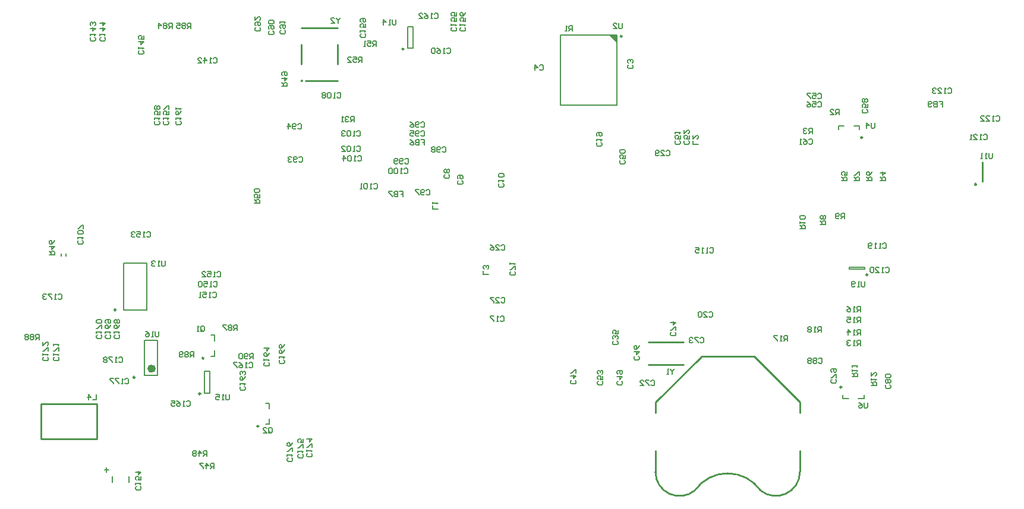
<source format=gbo>
%FSLAX25Y25*%
%MOIN*%
G70*
G01*
G75*
G04 Layer_Color=32896*
%ADD10C,0.01000*%
%ADD11R,0.02362X0.01969*%
%ADD12R,0.01969X0.02362*%
%ADD13R,0.04331X0.05512*%
%ADD14R,0.05118X0.02165*%
%ADD15R,0.03150X0.03543*%
%ADD16R,0.02362X0.09843*%
%ADD17R,0.07874X0.21654*%
%ADD18O,0.02362X0.08465*%
%ADD19R,0.03543X0.03150*%
%ADD20R,0.03937X0.04724*%
%ADD21R,0.02165X0.05118*%
%ADD22O,0.06496X0.01181*%
%ADD23O,0.01181X0.06496*%
%ADD24R,0.08858X0.01969*%
%ADD25R,0.15748X0.08071*%
%ADD26R,0.05512X0.04331*%
%ADD27R,0.01575X0.03347*%
%ADD28C,0.01969*%
%ADD29O,0.06693X0.01181*%
%ADD30R,0.01772X0.08268*%
%ADD31O,0.01772X0.08268*%
%ADD32O,0.07087X0.01378*%
%ADD33R,0.01181X0.02953*%
%ADD34R,0.01181X0.03347*%
%ADD35R,0.02953X0.01181*%
%ADD36R,0.03347X0.01181*%
%ADD37R,0.21260X0.21260*%
%ADD38R,0.11024X0.03937*%
%ADD39R,0.03150X0.01181*%
%ADD40R,0.04921X0.15748*%
%ADD41C,0.00500*%
%ADD42C,0.00800*%
%ADD43C,0.01200*%
%ADD44C,0.01190*%
%ADD45C,0.01600*%
%ADD46C,0.02500*%
%ADD47C,0.03000*%
%ADD48C,0.02000*%
%ADD49C,0.01500*%
%ADD50C,0.05906*%
%ADD51R,0.05906X0.05906*%
%ADD52R,0.08661X0.08661*%
%ADD53C,0.04921*%
%ADD54C,0.06299*%
%ADD55C,0.06614*%
%ADD56R,0.05906X0.05906*%
%ADD57C,0.08661*%
%ADD58C,0.05709*%
%ADD59C,0.02000*%
%ADD60C,0.01600*%
%ADD61C,0.03200*%
%ADD62C,0.02600*%
%ADD63C,0.02400*%
%ADD64C,0.15000*%
%ADD65C,0.01800*%
%ADD66C,0.02200*%
%ADD67C,0.03600*%
%ADD68C,0.03000*%
%ADD69C,0.02900*%
%ADD70C,0.00600*%
%ADD71R,0.05900X0.12900*%
%ADD72R,0.05900X0.03900*%
%ADD73R,0.20000X0.20000*%
%ADD74R,0.15590X0.15590*%
%ADD75R,0.05906X0.02362*%
%ADD76R,0.03543X0.02756*%
%ADD77R,0.10236X0.04331*%
%ADD78R,0.07874X0.07087*%
%ADD79R,0.07480X0.09449*%
%ADD80C,0.01181*%
%ADD81R,0.02362X0.05906*%
%ADD82R,0.04331X0.02165*%
%ADD83O,0.08661X0.02362*%
%ADD84R,0.09843X0.17716*%
%ADD85C,0.04000*%
%ADD86C,0.01800*%
%ADD87C,0.05000*%
%ADD88C,0.00984*%
%ADD89C,0.02362*%
%ADD90C,0.00197*%
%ADD91C,0.00787*%
%ADD92C,0.00400*%
%ADD93R,0.01575X0.01181*%
%ADD94R,0.02962X0.02569*%
%ADD95R,0.02569X0.02962*%
%ADD96R,0.04931X0.06112*%
%ADD97R,0.05718X0.02765*%
%ADD98R,0.03750X0.04143*%
%ADD99R,0.02962X0.10443*%
%ADD100R,0.08474X0.22253*%
%ADD101O,0.02962X0.09065*%
%ADD102R,0.04143X0.03750*%
%ADD103R,0.04537X0.05324*%
%ADD104R,0.02765X0.05718*%
%ADD105O,0.07096X0.01781*%
%ADD106O,0.01781X0.07096*%
%ADD107R,0.09458X0.02569*%
%ADD108R,0.16348X0.08671*%
%ADD109R,0.06112X0.04931*%
%ADD110R,0.02175X0.03947*%
%ADD111C,0.02569*%
%ADD112O,0.07293X0.01781*%
%ADD113R,0.02372X0.08868*%
%ADD114O,0.02372X0.08868*%
%ADD115O,0.07687X0.01978*%
%ADD116R,0.01781X0.03553*%
%ADD117R,0.01781X0.03947*%
%ADD118R,0.03553X0.01781*%
%ADD119R,0.03947X0.01781*%
%ADD120R,0.21860X0.21860*%
%ADD121R,0.11624X0.04537*%
%ADD122R,0.03750X0.01781*%
%ADD123R,0.05521X0.16348*%
%ADD124C,0.06506*%
%ADD125R,0.06506X0.06506*%
%ADD126R,0.09261X0.09261*%
%ADD127C,0.05521*%
%ADD128C,0.06899*%
%ADD129C,0.07214*%
%ADD130R,0.06506X0.06506*%
%ADD131C,0.00600*%
%ADD132C,0.09261*%
%ADD133C,0.06309*%
%ADD134C,0.11000*%
%ADD135C,0.01400*%
%ADD136R,0.06500X0.13500*%
%ADD137R,0.06500X0.04500*%
%ADD138R,0.20600X0.20600*%
%ADD139R,0.16190X0.16190*%
%ADD140R,0.06506X0.02962*%
%ADD141R,0.04143X0.03356*%
%ADD142R,0.10836X0.04931*%
%ADD143R,0.08474X0.07687*%
%ADD144R,0.08080X0.10049*%
%ADD145C,0.01781*%
%ADD146R,0.02962X0.06506*%
%ADD147R,0.04931X0.02765*%
%ADD148O,0.09261X0.02962*%
%ADD149R,0.10443X0.18316*%
G36*
X333748Y256248D02*
X329811Y260185D01*
X333748D01*
Y256248D01*
D02*
G37*
D10*
X355488Y15098D02*
G03*
X377672Y4754I13504J0D01*
G01*
X414328Y4793D02*
G03*
X436512Y15138I8680J10345D01*
G01*
X414335Y4798D02*
G03*
X377647Y4772I-18335J-12889D01*
G01*
X157469Y234622D02*
G03*
X157469Y234622I-311J0D01*
G01*
X381098Y79823D02*
X410902D01*
X436512Y48169D02*
Y54232D01*
X381098Y79764D02*
Y79823D01*
X410902D02*
X410921D01*
X436512Y54232D01*
X355488Y48169D02*
Y54154D01*
X381098Y79764D01*
X355488Y14311D02*
Y26831D01*
X436512Y15138D02*
Y26831D01*
X159224Y234736D02*
X177236D01*
Y243988D02*
Y255012D01*
X156764Y243988D02*
Y255012D01*
Y264264D02*
X177236D01*
X351658Y75201D02*
X371342D01*
X351658Y87799D02*
X371342D01*
X10752Y53342D02*
X42248D01*
Y33658D02*
Y53342D01*
X10752Y33658D02*
X42248D01*
X10752D02*
Y53342D01*
D41*
X366499Y93499D02*
X366999Y93000D01*
Y92000D01*
X366499Y91500D01*
X364500D01*
X364000Y92000D01*
Y93000D01*
X364500Y93499D01*
X366999Y94499D02*
Y96498D01*
X366499D01*
X364500Y94499D01*
X364000D01*
Y98998D02*
X366999D01*
X365499Y97498D01*
Y99497D01*
X186500Y211500D02*
Y214499D01*
X185001D01*
X184501Y213999D01*
Y213000D01*
X185001Y212500D01*
X186500D01*
X185500D02*
X184501Y211500D01*
X183501Y213999D02*
X183001Y214499D01*
X182001D01*
X181502Y213999D01*
Y213499D01*
X182001Y213000D01*
X182501D01*
X182001D01*
X181502Y212500D01*
Y212000D01*
X182001Y211500D01*
X183001D01*
X183501Y212000D01*
X180502Y211500D02*
X179502D01*
X180002D01*
Y214499D01*
X180502Y213999D01*
X473000Y121999D02*
Y119500D01*
X472500Y119000D01*
X471500D01*
X471001Y119500D01*
Y121999D01*
X470001Y119000D02*
X469001D01*
X469501D01*
Y121999D01*
X470001Y121499D01*
X467502Y119500D02*
X467002Y119000D01*
X466002D01*
X465502Y119500D01*
Y121499D01*
X466002Y121999D01*
X467002D01*
X467502Y121499D01*
Y120999D01*
X467002Y120500D01*
X465502D01*
X138499Y76499D02*
X138999Y75999D01*
Y75000D01*
X138499Y74500D01*
X136500D01*
X136000Y75000D01*
Y75999D01*
X136500Y76499D01*
X136000Y77499D02*
Y78499D01*
Y77999D01*
X138999D01*
X138499Y77499D01*
X138999Y81998D02*
X138499Y80998D01*
X137499Y79998D01*
X136500D01*
X136000Y80498D01*
Y81498D01*
X136500Y81998D01*
X137000D01*
X137499Y81498D01*
Y79998D01*
X136000Y84497D02*
X138999D01*
X137499Y82997D01*
Y84997D01*
X92501Y54499D02*
X93001Y54999D01*
X94000D01*
X94500Y54499D01*
Y52500D01*
X94000Y52000D01*
X93001D01*
X92501Y52500D01*
X91501Y52000D02*
X90501D01*
X91001D01*
Y54999D01*
X91501Y54499D01*
X87002Y54999D02*
X88002Y54499D01*
X89002Y53500D01*
Y52500D01*
X88502Y52000D01*
X87502D01*
X87002Y52500D01*
Y53000D01*
X87502Y53500D01*
X89002D01*
X84003Y54999D02*
X86003D01*
Y53500D01*
X85003Y53999D01*
X84503D01*
X84003Y53500D01*
Y52500D01*
X84503Y52000D01*
X85503D01*
X86003Y52500D01*
X146999Y77999D02*
X147499Y77500D01*
Y76500D01*
X146999Y76000D01*
X145000D01*
X144500Y76500D01*
Y77500D01*
X145000Y77999D01*
X144500Y78999D02*
Y79999D01*
Y79499D01*
X147499D01*
X146999Y78999D01*
X147499Y83498D02*
X146999Y82498D01*
X146000Y81498D01*
X145000D01*
X144500Y81998D01*
Y82998D01*
X145000Y83498D01*
X145500D01*
X146000Y82998D01*
Y81498D01*
X147499Y86497D02*
X146999Y85497D01*
X146000Y84497D01*
X145000D01*
X144500Y84997D01*
Y85997D01*
X145000Y86497D01*
X145500D01*
X146000Y85997D01*
Y84497D01*
X448500Y93500D02*
Y96499D01*
X447001D01*
X446501Y95999D01*
Y94999D01*
X447001Y94500D01*
X448500D01*
X447500D02*
X446501Y93500D01*
X445501D02*
X444501D01*
X445001D01*
Y96499D01*
X445501Y95999D01*
X443002D02*
X442502Y96499D01*
X441502D01*
X441002Y95999D01*
Y95499D01*
X441502Y94999D01*
X441002Y94500D01*
Y94000D01*
X441502Y93500D01*
X442502D01*
X443002Y94000D01*
Y94500D01*
X442502Y94999D01*
X443002Y95499D01*
Y95999D01*
X442502Y94999D02*
X441502D01*
X429500Y88500D02*
Y91499D01*
X428000D01*
X427501Y90999D01*
Y90000D01*
X428000Y89500D01*
X429500D01*
X428500D02*
X427501Y88500D01*
X426501D02*
X425501D01*
X426001D01*
Y91499D01*
X426501Y90999D01*
X424002Y91499D02*
X422002D01*
Y90999D01*
X424002Y89000D01*
Y88500D01*
X436500Y151500D02*
X439499D01*
Y152999D01*
X438999Y153499D01*
X437999D01*
X437500Y152999D01*
Y151500D01*
Y152500D02*
X436500Y153499D01*
Y154499D02*
Y155499D01*
Y154999D01*
X439499D01*
X438999Y154499D01*
Y156998D02*
X439499Y157498D01*
Y158498D01*
X438999Y158998D01*
X437000D01*
X436500Y158498D01*
Y157498D01*
X437000Y156998D01*
X438999D01*
X77000Y93999D02*
Y91500D01*
X76500Y91000D01*
X75501D01*
X75001Y91500D01*
Y93999D01*
X74001Y91000D02*
X73001D01*
X73501D01*
Y93999D01*
X74001Y93499D01*
X69502Y93999D02*
X70502Y93499D01*
X71502Y92500D01*
Y91500D01*
X71002Y91000D01*
X70002D01*
X69502Y91500D01*
Y92000D01*
X70002Y92500D01*
X71502D01*
X80500Y133499D02*
Y131000D01*
X80000Y130500D01*
X79001D01*
X78501Y131000D01*
Y133499D01*
X77501Y130500D02*
X76501D01*
X77001D01*
Y133499D01*
X77501Y132999D01*
X75002D02*
X74502Y133499D01*
X73502D01*
X73002Y132999D01*
Y132499D01*
X73502Y132000D01*
X74002D01*
X73502D01*
X73002Y131500D01*
Y131000D01*
X73502Y130500D01*
X74502D01*
X75002Y131000D01*
X544500Y193999D02*
Y191500D01*
X544000Y191000D01*
X543001D01*
X542501Y191500D01*
Y193999D01*
X541501Y191000D02*
X540501D01*
X541001D01*
Y193999D01*
X541501Y193499D01*
X539002Y191000D02*
X538002D01*
X538502D01*
Y193999D01*
X539002Y193499D01*
X130000Y78500D02*
Y81499D01*
X128500D01*
X128001Y80999D01*
Y80000D01*
X128500Y79500D01*
X130000D01*
X129000D02*
X128001Y78500D01*
X127001Y79000D02*
X126501Y78500D01*
X125501D01*
X125002Y79000D01*
Y80999D01*
X125501Y81499D01*
X126501D01*
X127001Y80999D01*
Y80499D01*
X126501Y80000D01*
X125002D01*
X124002Y80999D02*
X123502Y81499D01*
X122502D01*
X122003Y80999D01*
Y79000D01*
X122502Y78500D01*
X123502D01*
X124002Y79000D01*
Y80999D01*
X96500Y79500D02*
Y82499D01*
X95000D01*
X94501Y81999D01*
Y80999D01*
X95000Y80500D01*
X96500D01*
X95500D02*
X94501Y79500D01*
X93501Y81999D02*
X93001Y82499D01*
X92001D01*
X91502Y81999D01*
Y81499D01*
X92001Y80999D01*
X91502Y80500D01*
Y80000D01*
X92001Y79500D01*
X93001D01*
X93501Y80000D01*
Y80500D01*
X93001Y80999D01*
X93501Y81499D01*
Y81999D01*
X93001Y80999D02*
X92001D01*
X90502Y80000D02*
X90002Y79500D01*
X89002D01*
X88503Y80000D01*
Y81999D01*
X89002Y82499D01*
X90002D01*
X90502Y81999D01*
Y81499D01*
X90002Y80999D01*
X88503D01*
X9800Y89400D02*
Y92399D01*
X8301D01*
X7801Y91899D01*
Y90899D01*
X8301Y90400D01*
X9800D01*
X8800D02*
X7801Y89400D01*
X6801Y91899D02*
X6301Y92399D01*
X5301D01*
X4802Y91899D01*
Y91399D01*
X5301Y90899D01*
X4802Y90400D01*
Y89900D01*
X5301Y89400D01*
X6301D01*
X6801Y89900D01*
Y90400D01*
X6301Y90899D01*
X6801Y91399D01*
Y91899D01*
X6301Y90899D02*
X5301D01*
X3802Y91899D02*
X3302Y92399D01*
X2302D01*
X1803Y91899D01*
Y91399D01*
X2302Y90899D01*
X1803Y90400D01*
Y89900D01*
X2302Y89400D01*
X3302D01*
X3802Y89900D01*
Y90400D01*
X3302Y90899D01*
X3802Y91399D01*
Y91899D01*
X3302Y90899D02*
X2302D01*
X121000Y94500D02*
Y97499D01*
X119501D01*
X119001Y96999D01*
Y95999D01*
X119501Y95500D01*
X121000D01*
X120000D02*
X119001Y94500D01*
X118001Y96999D02*
X117501Y97499D01*
X116501D01*
X116002Y96999D01*
Y96499D01*
X116501Y95999D01*
X116002Y95500D01*
Y95000D01*
X116501Y94500D01*
X117501D01*
X118001Y95000D01*
Y95500D01*
X117501Y95999D01*
X118001Y96499D01*
Y96999D01*
X117501Y95999D02*
X116501D01*
X115002Y97499D02*
X113003D01*
Y96999D01*
X115002Y95000D01*
Y94500D01*
X448000Y154000D02*
X450999D01*
Y155499D01*
X450499Y155999D01*
X449500D01*
X449000Y155499D01*
Y154000D01*
Y155000D02*
X448000Y155999D01*
X450499Y156999D02*
X450999Y157499D01*
Y158499D01*
X450499Y158998D01*
X449999D01*
X449500Y158499D01*
X449000Y158998D01*
X448500D01*
X448000Y158499D01*
Y157499D01*
X448500Y156999D01*
X449000D01*
X449500Y157499D01*
X449999Y156999D01*
X450499D01*
X449500Y157499D02*
Y158499D01*
X138501Y37500D02*
Y39499D01*
X139000Y39999D01*
X140000D01*
X140500Y39499D01*
Y37500D01*
X140000Y37000D01*
X139000D01*
X139500Y38000D02*
X138501Y37000D01*
X139000D02*
X138501Y37500D01*
X135502Y37000D02*
X137501D01*
X135502Y38999D01*
Y39499D01*
X136001Y39999D01*
X137001D01*
X137501Y39499D01*
X100501Y94500D02*
Y96499D01*
X101000Y96999D01*
X102000D01*
X102500Y96499D01*
Y94500D01*
X102000Y94000D01*
X101000D01*
X101500Y95000D02*
X100501Y94000D01*
X101000D02*
X100501Y94500D01*
X99501Y94000D02*
X98501D01*
X99001D01*
Y96999D01*
X99501Y96499D01*
X42000Y58499D02*
Y55500D01*
X40001D01*
X37501D02*
Y58499D01*
X39001Y56999D01*
X37002D01*
X54501Y78999D02*
X55001Y79499D01*
X56000D01*
X56500Y78999D01*
Y77000D01*
X56000Y76500D01*
X55001D01*
X54501Y77000D01*
X53501Y76500D02*
X52501D01*
X53001D01*
Y79499D01*
X53501Y78999D01*
X51002Y79499D02*
X49002D01*
Y78999D01*
X51002Y77000D01*
Y76500D01*
X48003Y78999D02*
X47503Y79499D01*
X46503D01*
X46003Y78999D01*
Y78499D01*
X46503Y78000D01*
X46003Y77500D01*
Y77000D01*
X46503Y76500D01*
X47503D01*
X48003Y77000D01*
Y77500D01*
X47503Y78000D01*
X48003Y78499D01*
Y78999D01*
X47503Y78000D02*
X46503D01*
X58001Y66999D02*
X58500Y67499D01*
X59500D01*
X60000Y66999D01*
Y65000D01*
X59500Y64500D01*
X58500D01*
X58001Y65000D01*
X57001Y64500D02*
X56001D01*
X56501D01*
Y67499D01*
X57001Y66999D01*
X54502Y67499D02*
X52502D01*
Y66999D01*
X54502Y65000D01*
Y64500D01*
X51503Y67499D02*
X49503D01*
Y66999D01*
X51503Y65000D01*
Y64500D01*
X151499Y22999D02*
X151999Y22500D01*
Y21500D01*
X151499Y21000D01*
X149500D01*
X149000Y21500D01*
Y22500D01*
X149500Y22999D01*
X149000Y23999D02*
Y24999D01*
Y24499D01*
X151999D01*
X151499Y23999D01*
X151999Y26498D02*
Y28498D01*
X151499D01*
X149500Y26498D01*
X149000D01*
X151999Y31497D02*
X151499Y30497D01*
X150499Y29497D01*
X149500D01*
X149000Y29997D01*
Y30997D01*
X149500Y31497D01*
X150000D01*
X150499Y30997D01*
Y29497D01*
X157499Y24999D02*
X157999Y24499D01*
Y23500D01*
X157499Y23000D01*
X155500D01*
X155000Y23500D01*
Y24499D01*
X155500Y24999D01*
X155000Y25999D02*
Y26999D01*
Y26499D01*
X157999D01*
X157499Y25999D01*
X157999Y28498D02*
Y30498D01*
X157499D01*
X155500Y28498D01*
X155000D01*
X157999Y33497D02*
Y31497D01*
X156500D01*
X156999Y32497D01*
Y32997D01*
X156500Y33497D01*
X155500D01*
X155000Y32997D01*
Y31997D01*
X155500Y31497D01*
X162499Y25499D02*
X162999Y24999D01*
Y24000D01*
X162499Y23500D01*
X160500D01*
X160000Y24000D01*
Y24999D01*
X160500Y25499D01*
X160000Y26499D02*
Y27499D01*
Y26999D01*
X162999D01*
X162499Y26499D01*
X162999Y28998D02*
Y30998D01*
X162499D01*
X160500Y28998D01*
X160000D01*
Y33497D02*
X162999D01*
X161500Y31997D01*
Y33997D01*
X20501Y114499D02*
X21001Y114999D01*
X22000D01*
X22500Y114499D01*
Y112500D01*
X22000Y112000D01*
X21001D01*
X20501Y112500D01*
X19501Y112000D02*
X18501D01*
X19001D01*
Y114999D01*
X19501Y114499D01*
X17002Y114999D02*
X15002D01*
Y114499D01*
X17002Y112500D01*
Y112000D01*
X14003Y114499D02*
X13503Y114999D01*
X12503D01*
X12003Y114499D01*
Y113999D01*
X12503Y113499D01*
X13003D01*
X12503D01*
X12003Y113000D01*
Y112500D01*
X12503Y112000D01*
X13503D01*
X14003Y112500D01*
X14499Y79499D02*
X14999Y79000D01*
Y78000D01*
X14499Y77500D01*
X12500D01*
X12000Y78000D01*
Y79000D01*
X12500Y79499D01*
X12000Y80499D02*
Y81499D01*
Y80999D01*
X14999D01*
X14499Y80499D01*
X14999Y82998D02*
Y84998D01*
X14499D01*
X12500Y82998D01*
X12000D01*
Y87997D02*
Y85997D01*
X13999Y87997D01*
X14499D01*
X14999Y87497D01*
Y86497D01*
X14499Y85997D01*
X20499Y79499D02*
X20999Y79000D01*
Y78000D01*
X20499Y77500D01*
X18500D01*
X18000Y78000D01*
Y79000D01*
X18500Y79499D01*
X18000Y80499D02*
Y81499D01*
Y80999D01*
X20999D01*
X20499Y80499D01*
X20999Y82998D02*
Y84998D01*
X20499D01*
X18500Y82998D01*
X18000D01*
Y85997D02*
Y86997D01*
Y86497D01*
X20999D01*
X20499Y85997D01*
X44499Y91999D02*
X44999Y91500D01*
Y90500D01*
X44499Y90000D01*
X42500D01*
X42000Y90500D01*
Y91500D01*
X42500Y91999D01*
X42000Y92999D02*
Y93999D01*
Y93499D01*
X44999D01*
X44499Y92999D01*
X44999Y95498D02*
Y97498D01*
X44499D01*
X42500Y95498D01*
X42000D01*
X44499Y98497D02*
X44999Y98997D01*
Y99997D01*
X44499Y100497D01*
X42500D01*
X42000Y99997D01*
Y98997D01*
X42500Y98497D01*
X44499D01*
X49499Y91999D02*
X49999Y91500D01*
Y90500D01*
X49499Y90000D01*
X47500D01*
X47000Y90500D01*
Y91500D01*
X47500Y91999D01*
X47000Y92999D02*
Y93999D01*
Y93499D01*
X49999D01*
X49499Y92999D01*
X49999Y97498D02*
X49499Y96498D01*
X48500Y95498D01*
X47500D01*
X47000Y95998D01*
Y96998D01*
X47500Y97498D01*
X48000D01*
X48500Y96998D01*
Y95498D01*
X47500Y98497D02*
X47000Y98997D01*
Y99997D01*
X47500Y100497D01*
X49499D01*
X49999Y99997D01*
Y98997D01*
X49499Y98497D01*
X48999D01*
X48500Y98997D01*
Y100497D01*
X54499Y91999D02*
X54999Y91500D01*
Y90500D01*
X54499Y90000D01*
X52500D01*
X52000Y90500D01*
Y91500D01*
X52500Y91999D01*
X52000Y92999D02*
Y93999D01*
Y93499D01*
X54999D01*
X54499Y92999D01*
X54999Y97498D02*
X54499Y96498D01*
X53500Y95498D01*
X52500D01*
X52000Y95998D01*
Y96998D01*
X52500Y97498D01*
X53000D01*
X53500Y96998D01*
Y95498D01*
X54499Y98497D02*
X54999Y98997D01*
Y99997D01*
X54499Y100497D01*
X53999D01*
X53500Y99997D01*
X53000Y100497D01*
X52500D01*
X52000Y99997D01*
Y98997D01*
X52500Y98497D01*
X53000D01*
X53500Y98997D01*
X53999Y98497D01*
X54499D01*
X53500Y98997D02*
Y99997D01*
X127501Y75999D02*
X128000Y76499D01*
X129000D01*
X129500Y75999D01*
Y74000D01*
X129000Y73500D01*
X128000D01*
X127501Y74000D01*
X126501Y73500D02*
X125501D01*
X126001D01*
Y76499D01*
X126501Y75999D01*
X122002Y76499D02*
X123002Y75999D01*
X124002Y74999D01*
Y74000D01*
X123502Y73500D01*
X122502D01*
X122002Y74000D01*
Y74500D01*
X122502Y74999D01*
X124002D01*
X121003Y76499D02*
X119003D01*
Y75999D01*
X121003Y74000D01*
Y73500D01*
X124999Y62999D02*
X125499Y62499D01*
Y61500D01*
X124999Y61000D01*
X123000D01*
X122500Y61500D01*
Y62499D01*
X123000Y62999D01*
X122500Y63999D02*
Y64999D01*
Y64499D01*
X125499D01*
X124999Y63999D01*
X125499Y68498D02*
X124999Y67498D01*
X124000Y66498D01*
X123000D01*
X122500Y66998D01*
Y67998D01*
X123000Y68498D01*
X123500D01*
X124000Y67998D01*
Y66498D01*
X124999Y69497D02*
X125499Y69997D01*
Y70997D01*
X124999Y71497D01*
X124499D01*
X124000Y70997D01*
Y70497D01*
Y70997D01*
X123500Y71497D01*
X123000D01*
X122500Y70997D01*
Y69997D01*
X123000Y69497D01*
X231501Y271999D02*
X232000Y272499D01*
X233000D01*
X233500Y271999D01*
Y270000D01*
X233000Y269500D01*
X232000D01*
X231501Y270000D01*
X230501Y269500D02*
X229501D01*
X230001D01*
Y272499D01*
X230501Y271999D01*
X226002Y272499D02*
X227002Y271999D01*
X228002Y271000D01*
Y270000D01*
X227502Y269500D01*
X226502D01*
X226002Y270000D01*
Y270500D01*
X226502Y271000D01*
X228002D01*
X223003Y269500D02*
X225003D01*
X223003Y271499D01*
Y271999D01*
X223503Y272499D01*
X224503D01*
X225003Y271999D01*
X88999Y211999D02*
X89499Y211500D01*
Y210500D01*
X88999Y210000D01*
X87000D01*
X86500Y210500D01*
Y211500D01*
X87000Y211999D01*
X86500Y212999D02*
Y213999D01*
Y213499D01*
X89499D01*
X88999Y212999D01*
X89499Y217498D02*
X88999Y216498D01*
X87999Y215498D01*
X87000D01*
X86500Y215998D01*
Y216998D01*
X87000Y217498D01*
X87500D01*
X87999Y216998D01*
Y215498D01*
X86500Y218497D02*
Y219497D01*
Y218997D01*
X89499D01*
X88999Y218497D01*
X238501Y252499D02*
X239001Y252999D01*
X240000D01*
X240500Y252499D01*
Y250500D01*
X240000Y250000D01*
X239001D01*
X238501Y250500D01*
X237501Y250000D02*
X236501D01*
X237001D01*
Y252999D01*
X237501Y252499D01*
X233002Y252999D02*
X234002Y252499D01*
X235002Y251500D01*
Y250500D01*
X234502Y250000D01*
X233502D01*
X233002Y250500D01*
Y251000D01*
X233502Y251500D01*
X235002D01*
X232003Y252499D02*
X231503Y252999D01*
X230503D01*
X230003Y252499D01*
Y250500D01*
X230503Y250000D01*
X231503D01*
X232003Y250500D01*
Y252499D01*
X192499Y260999D02*
X192999Y260500D01*
Y259500D01*
X192499Y259000D01*
X190500D01*
X190000Y259500D01*
Y260500D01*
X190500Y260999D01*
X190000Y261999D02*
Y262999D01*
Y262499D01*
X192999D01*
X192499Y261999D01*
X192999Y266498D02*
Y264498D01*
X191499D01*
X191999Y265498D01*
Y265998D01*
X191499Y266498D01*
X190500D01*
X190000Y265998D01*
Y264998D01*
X190500Y264498D01*
Y267497D02*
X190000Y267997D01*
Y268997D01*
X190500Y269497D01*
X192499D01*
X192999Y268997D01*
Y267997D01*
X192499Y267497D01*
X191999D01*
X191499Y267997D01*
Y269497D01*
X76999Y211999D02*
X77499Y211500D01*
Y210500D01*
X76999Y210000D01*
X75000D01*
X74500Y210500D01*
Y211500D01*
X75000Y211999D01*
X74500Y212999D02*
Y213999D01*
Y213499D01*
X77499D01*
X76999Y212999D01*
X77499Y217498D02*
Y215498D01*
X75999D01*
X76499Y216498D01*
Y216998D01*
X75999Y217498D01*
X75000D01*
X74500Y216998D01*
Y215998D01*
X75000Y215498D01*
X76999Y218497D02*
X77499Y218997D01*
Y219997D01*
X76999Y220497D01*
X76499D01*
X75999Y219997D01*
X75500Y220497D01*
X75000D01*
X74500Y219997D01*
Y218997D01*
X75000Y218497D01*
X75500D01*
X75999Y218997D01*
X76499Y218497D01*
X76999D01*
X75999Y218997D02*
Y219997D01*
X81999Y211999D02*
X82499Y211500D01*
Y210500D01*
X81999Y210000D01*
X80000D01*
X79500Y210500D01*
Y211500D01*
X80000Y211999D01*
X79500Y212999D02*
Y213999D01*
Y213499D01*
X82499D01*
X81999Y212999D01*
X82499Y217498D02*
Y215498D01*
X80999D01*
X81499Y216498D01*
Y216998D01*
X80999Y217498D01*
X80000D01*
X79500Y216998D01*
Y215998D01*
X80000Y215498D01*
X82499Y218497D02*
Y220497D01*
X81999D01*
X80000Y218497D01*
X79500D01*
X248499Y264499D02*
X248999Y264000D01*
Y263000D01*
X248499Y262500D01*
X246500D01*
X246000Y263000D01*
Y264000D01*
X246500Y264499D01*
X246000Y265499D02*
Y266499D01*
Y265999D01*
X248999D01*
X248499Y265499D01*
X248999Y269998D02*
Y267998D01*
X247499D01*
X247999Y268998D01*
Y269498D01*
X247499Y269998D01*
X246500D01*
X246000Y269498D01*
Y268498D01*
X246500Y267998D01*
X248999Y272997D02*
X248499Y271997D01*
X247499Y270997D01*
X246500D01*
X246000Y271497D01*
Y272497D01*
X246500Y272997D01*
X247000D01*
X247499Y272497D01*
Y270997D01*
X70201Y149299D02*
X70701Y149799D01*
X71700D01*
X72200Y149299D01*
Y147300D01*
X71700Y146800D01*
X70701D01*
X70201Y147300D01*
X69201Y146800D02*
X68201D01*
X68701D01*
Y149799D01*
X69201Y149299D01*
X64702Y149799D02*
X66702D01*
Y148300D01*
X65702Y148799D01*
X65202D01*
X64702Y148300D01*
Y147300D01*
X65202Y146800D01*
X66202D01*
X66702Y147300D01*
X63703Y149299D02*
X63203Y149799D01*
X62203D01*
X61703Y149299D01*
Y148799D01*
X62203Y148300D01*
X62703D01*
X62203D01*
X61703Y147800D01*
Y147300D01*
X62203Y146800D01*
X63203D01*
X63703Y147300D01*
X109551Y127049D02*
X110050Y127549D01*
X111050D01*
X111550Y127049D01*
Y125050D01*
X111050Y124550D01*
X110050D01*
X109551Y125050D01*
X108551Y124550D02*
X107551D01*
X108051D01*
Y127549D01*
X108551Y127049D01*
X104052Y127549D02*
X106052D01*
Y126049D01*
X105052Y126549D01*
X104552D01*
X104052Y126049D01*
Y125050D01*
X104552Y124550D01*
X105552D01*
X106052Y125050D01*
X101053Y124550D02*
X103053D01*
X101053Y126549D01*
Y127049D01*
X101553Y127549D01*
X102553D01*
X103053Y127049D01*
X107051Y115549D02*
X107551Y116049D01*
X108550D01*
X109050Y115549D01*
Y113550D01*
X108550Y113050D01*
X107551D01*
X107051Y113550D01*
X106051Y113050D02*
X105051D01*
X105551D01*
Y116049D01*
X106051Y115549D01*
X101552Y116049D02*
X103552D01*
Y114550D01*
X102552Y115049D01*
X102052D01*
X101552Y114550D01*
Y113550D01*
X102052Y113050D01*
X103052D01*
X103552Y113550D01*
X100553Y113050D02*
X99553D01*
X100053D01*
Y116049D01*
X100553Y115549D01*
X107551Y121549D02*
X108051Y122049D01*
X109050D01*
X109550Y121549D01*
Y119550D01*
X109050Y119050D01*
X108051D01*
X107551Y119550D01*
X106551Y119050D02*
X105551D01*
X106051D01*
Y122049D01*
X106551Y121549D01*
X102052Y122049D02*
X104052D01*
Y120549D01*
X103052Y121049D01*
X102552D01*
X102052Y120549D01*
Y119550D01*
X102552Y119050D01*
X103552D01*
X104052Y119550D01*
X101053Y121549D02*
X100553Y122049D01*
X99553D01*
X99053Y121549D01*
Y119550D01*
X99553Y119050D01*
X100553D01*
X101053Y119550D01*
Y121549D01*
X519501Y229999D02*
X520001Y230499D01*
X521000D01*
X521500Y229999D01*
Y228000D01*
X521000Y227500D01*
X520001D01*
X519501Y228000D01*
X518501Y227500D02*
X517501D01*
X518001D01*
Y230499D01*
X518501Y229999D01*
X514002Y227500D02*
X516002D01*
X514002Y229499D01*
Y229999D01*
X514502Y230499D01*
X515502D01*
X516002Y229999D01*
X513003D02*
X512503Y230499D01*
X511503D01*
X511003Y229999D01*
Y229499D01*
X511503Y228999D01*
X512003D01*
X511503D01*
X511003Y228500D01*
Y228000D01*
X511503Y227500D01*
X512503D01*
X513003Y228000D01*
X546501Y214499D02*
X547001Y214999D01*
X548000D01*
X548500Y214499D01*
Y212500D01*
X548000Y212000D01*
X547001D01*
X546501Y212500D01*
X545501Y212000D02*
X544501D01*
X545001D01*
Y214999D01*
X545501Y214499D01*
X541002Y212000D02*
X543002D01*
X541002Y213999D01*
Y214499D01*
X541502Y214999D01*
X542502D01*
X543002Y214499D01*
X538003Y212000D02*
X540003D01*
X538003Y213999D01*
Y214499D01*
X538503Y214999D01*
X539503D01*
X540003Y214499D01*
X539501Y203999D02*
X540000Y204499D01*
X541000D01*
X541500Y203999D01*
Y202000D01*
X541000Y201500D01*
X540000D01*
X539501Y202000D01*
X538501Y201500D02*
X537501D01*
X538001D01*
Y204499D01*
X538501Y203999D01*
X534002Y201500D02*
X536002D01*
X534002Y203499D01*
Y203999D01*
X534502Y204499D01*
X535502D01*
X536002Y203999D01*
X533003Y201500D02*
X532003D01*
X532503D01*
Y204499D01*
X533003Y203999D01*
X484501Y129499D02*
X485001Y129999D01*
X486000D01*
X486500Y129499D01*
Y127500D01*
X486000Y127000D01*
X485001D01*
X484501Y127500D01*
X483501Y127000D02*
X482501D01*
X483001D01*
Y129999D01*
X483501Y129499D01*
X479002Y127000D02*
X481002D01*
X479002Y128999D01*
Y129499D01*
X479502Y129999D01*
X480502D01*
X481002Y129499D01*
X478003D02*
X477503Y129999D01*
X476503D01*
X476003Y129499D01*
Y127500D01*
X476503Y127000D01*
X477503D01*
X478003Y127500D01*
Y129499D01*
X483001Y142999D02*
X483500Y143499D01*
X484500D01*
X485000Y142999D01*
Y141000D01*
X484500Y140500D01*
X483500D01*
X483001Y141000D01*
X482001Y140500D02*
X481001D01*
X481501D01*
Y143499D01*
X482001Y142999D01*
X479502Y140500D02*
X478502D01*
X479002D01*
Y143499D01*
X479502Y142999D01*
X477003Y141000D02*
X476503Y140500D01*
X475503D01*
X475003Y141000D01*
Y142999D01*
X475503Y143499D01*
X476503D01*
X477003Y142999D01*
Y142499D01*
X476503Y141999D01*
X475003D01*
X177001Y227499D02*
X177500Y227999D01*
X178500D01*
X179000Y227499D01*
Y225500D01*
X178500Y225000D01*
X177500D01*
X177001Y225500D01*
X176001Y225000D02*
X175001D01*
X175501D01*
Y227999D01*
X176001Y227499D01*
X173502D02*
X173002Y227999D01*
X172002D01*
X171502Y227499D01*
Y225500D01*
X172002Y225000D01*
X173002D01*
X173502Y225500D01*
Y227499D01*
X170503D02*
X170003Y227999D01*
X169003D01*
X168503Y227499D01*
Y226999D01*
X169003Y226500D01*
X168503Y226000D01*
Y225500D01*
X169003Y225000D01*
X170003D01*
X170503Y225500D01*
Y226000D01*
X170003Y226500D01*
X170503Y226999D01*
Y227499D01*
X170003Y226500D02*
X169003D01*
X133499Y264499D02*
X133999Y264000D01*
Y263000D01*
X133499Y262500D01*
X131500D01*
X131000Y263000D01*
Y264000D01*
X131500Y264499D01*
Y265499D02*
X131000Y265999D01*
Y266999D01*
X131500Y267498D01*
X133499D01*
X133999Y266999D01*
Y265999D01*
X133499Y265499D01*
X132999D01*
X132500Y265999D01*
Y267498D01*
X131000Y270497D02*
Y268498D01*
X132999Y270497D01*
X133499D01*
X133999Y269998D01*
Y268998D01*
X133499Y268498D01*
X147499Y262999D02*
X147999Y262499D01*
Y261500D01*
X147499Y261000D01*
X145500D01*
X145000Y261500D01*
Y262499D01*
X145500Y262999D01*
Y263999D02*
X145000Y264499D01*
Y265498D01*
X145500Y265998D01*
X147499D01*
X147999Y265498D01*
Y264499D01*
X147499Y263999D01*
X146999D01*
X146500Y264499D01*
Y265998D01*
X145000Y266998D02*
Y267998D01*
Y267498D01*
X147999D01*
X147499Y266998D01*
X140999Y262531D02*
X141499Y262031D01*
Y261031D01*
X140999Y260531D01*
X139000D01*
X138500Y261031D01*
Y262031D01*
X139000Y262531D01*
Y263530D02*
X138500Y264030D01*
Y265030D01*
X139000Y265530D01*
X140999D01*
X141499Y265030D01*
Y264030D01*
X140999Y263530D01*
X140499D01*
X139999Y264030D01*
Y265530D01*
X140999Y266530D02*
X141499Y267029D01*
Y268029D01*
X140999Y268529D01*
X139000D01*
X138500Y268029D01*
Y267029D01*
X139000Y266530D01*
X140999D01*
X446501Y226999D02*
X447001Y227499D01*
X448000D01*
X448500Y226999D01*
Y225000D01*
X448000Y224500D01*
X447001D01*
X446501Y225000D01*
X443502Y227499D02*
X445501D01*
Y225999D01*
X444501Y226499D01*
X444001D01*
X443502Y225999D01*
Y225000D01*
X444001Y224500D01*
X445001D01*
X445501Y225000D01*
X442502Y227499D02*
X440503D01*
Y226999D01*
X442502Y225000D01*
Y224500D01*
X446501Y222299D02*
X447001Y222799D01*
X448000D01*
X448500Y222299D01*
Y220300D01*
X448000Y219800D01*
X447001D01*
X446501Y220300D01*
X443502Y222799D02*
X445501D01*
Y221300D01*
X444501Y221799D01*
X444001D01*
X443502Y221300D01*
Y220300D01*
X444001Y219800D01*
X445001D01*
X445501Y220300D01*
X440503Y222799D02*
X441502Y222299D01*
X442502Y221300D01*
Y220300D01*
X442002Y219800D01*
X441002D01*
X440503Y220300D01*
Y220800D01*
X441002Y221300D01*
X442502D01*
X239499Y181999D02*
X239999Y181500D01*
Y180500D01*
X239499Y180000D01*
X237500D01*
X237000Y180500D01*
Y181500D01*
X237500Y181999D01*
X239499Y182999D02*
X239999Y183499D01*
Y184499D01*
X239499Y184998D01*
X238999D01*
X238499Y184499D01*
X238000Y184998D01*
X237500D01*
X237000Y184499D01*
Y183499D01*
X237500Y182999D01*
X238000D01*
X238499Y183499D01*
X238999Y182999D01*
X239499D01*
X238499Y183499D02*
Y184499D01*
X269999Y176999D02*
X270499Y176499D01*
Y175500D01*
X269999Y175000D01*
X268000D01*
X267500Y175500D01*
Y176499D01*
X268000Y176999D01*
X267500Y177999D02*
Y178999D01*
Y178499D01*
X270499D01*
X269999Y177999D01*
Y180498D02*
X270499Y180998D01*
Y181998D01*
X269999Y182498D01*
X268000D01*
X267500Y181998D01*
Y180998D01*
X268000Y180498D01*
X269999D01*
X246999Y178499D02*
X247499Y177999D01*
Y177000D01*
X246999Y176500D01*
X245000D01*
X244500Y177000D01*
Y177999D01*
X245000Y178499D01*
Y179499D02*
X244500Y179999D01*
Y180999D01*
X245000Y181498D01*
X246999D01*
X247499Y180999D01*
Y179999D01*
X246999Y179499D01*
X246499D01*
X246000Y179999D01*
Y181498D01*
X336499Y65999D02*
X336999Y65500D01*
Y64500D01*
X336499Y64000D01*
X334500D01*
X334000Y64500D01*
Y65500D01*
X334500Y65999D01*
X334000Y68499D02*
X336999D01*
X335500Y66999D01*
Y68998D01*
X334500Y69998D02*
X334000Y70498D01*
Y71498D01*
X334500Y71997D01*
X336499D01*
X336999Y71498D01*
Y70498D01*
X336499Y69998D01*
X335999D01*
X335500Y70498D01*
Y71997D01*
X361501Y194999D02*
X362000Y195499D01*
X363000D01*
X363500Y194999D01*
Y193000D01*
X363000Y192500D01*
X362000D01*
X361501Y193000D01*
X358502Y192500D02*
X360501D01*
X358502Y194499D01*
Y194999D01*
X359001Y195499D01*
X360001D01*
X360501Y194999D01*
X357502Y193000D02*
X357002Y192500D01*
X356002D01*
X355503Y193000D01*
Y194999D01*
X356002Y195499D01*
X357002D01*
X357502Y194999D01*
Y194499D01*
X357002Y194000D01*
X355503D01*
X333999Y88499D02*
X334499Y87999D01*
Y87000D01*
X333999Y86500D01*
X332000D01*
X331500Y87000D01*
Y87999D01*
X332000Y88499D01*
X333999Y89499D02*
X334499Y89999D01*
Y90999D01*
X333999Y91498D01*
X333499D01*
X332999Y90999D01*
Y90499D01*
Y90999D01*
X332500Y91498D01*
X332000D01*
X331500Y90999D01*
Y89999D01*
X332000Y89499D01*
X334499Y94497D02*
Y92498D01*
X332999D01*
X333499Y93498D01*
Y93998D01*
X332999Y94497D01*
X332000D01*
X331500Y93998D01*
Y92998D01*
X332000Y92498D01*
X269001Y112499D02*
X269500Y112999D01*
X270500D01*
X271000Y112499D01*
Y110500D01*
X270500Y110000D01*
X269500D01*
X269001Y110500D01*
X266002Y110000D02*
X268001D01*
X266002Y111999D01*
Y112499D01*
X266501Y112999D01*
X267501D01*
X268001Y112499D01*
X265002Y112999D02*
X263003D01*
Y112499D01*
X265002Y110500D01*
Y110000D01*
X269001Y141999D02*
X269500Y142499D01*
X270500D01*
X271000Y141999D01*
Y140000D01*
X270500Y139500D01*
X269500D01*
X269001Y140000D01*
X266002Y139500D02*
X268001D01*
X266002Y141499D01*
Y141999D01*
X266501Y142499D01*
X267501D01*
X268001Y141999D01*
X263003Y142499D02*
X264002Y141999D01*
X265002Y140999D01*
Y140000D01*
X264502Y139500D01*
X263502D01*
X263003Y140000D01*
Y140500D01*
X263502Y140999D01*
X265002D01*
X385501Y104499D02*
X386000Y104999D01*
X387000D01*
X387500Y104499D01*
Y102500D01*
X387000Y102000D01*
X386000D01*
X385501Y102500D01*
X382502Y102000D02*
X384501D01*
X382502Y103999D01*
Y104499D01*
X383001Y104999D01*
X384001D01*
X384501Y104499D01*
X381502D02*
X381002Y104999D01*
X380002D01*
X379503Y104499D01*
Y102500D01*
X380002Y102000D01*
X381002D01*
X381502Y102500D01*
Y104499D01*
X324999Y199999D02*
X325499Y199499D01*
Y198500D01*
X324999Y198000D01*
X323000D01*
X322500Y198500D01*
Y199499D01*
X323000Y199999D01*
X322500Y200999D02*
Y201999D01*
Y201499D01*
X325499D01*
X324999Y200999D01*
X323000Y203498D02*
X322500Y203998D01*
Y204998D01*
X323000Y205498D01*
X324999D01*
X325499Y204998D01*
Y203998D01*
X324999Y203498D01*
X324499D01*
X324000Y203998D01*
Y205498D01*
X268501Y101999D02*
X269001Y102499D01*
X270000D01*
X270500Y101999D01*
Y100000D01*
X270000Y99500D01*
X269001D01*
X268501Y100000D01*
X267501Y99500D02*
X266501D01*
X267001D01*
Y102499D01*
X267501Y101999D01*
X265002Y102499D02*
X263002D01*
Y101999D01*
X265002Y100000D01*
Y99500D01*
X474500Y53999D02*
Y51500D01*
X474000Y51000D01*
X473000D01*
X472501Y51500D01*
Y53999D01*
X469502D02*
X470501Y53499D01*
X471501Y52500D01*
Y51500D01*
X471001Y51000D01*
X470002D01*
X469502Y51500D01*
Y52000D01*
X470002Y52500D01*
X471501D01*
X178500Y269999D02*
Y269499D01*
X177500Y268499D01*
X176501Y269499D01*
Y269999D01*
X177500Y268499D02*
Y267000D01*
X173502D02*
X175501D01*
X173502Y268999D01*
Y269499D01*
X174001Y269999D01*
X175001D01*
X175501Y269499D01*
X366000Y72999D02*
Y72499D01*
X365000Y71500D01*
X364001Y72499D01*
Y72999D01*
X365000Y71500D02*
Y70000D01*
X363001D02*
X362001D01*
X362501D01*
Y72999D01*
X363001Y72499D01*
X210000Y268999D02*
Y266500D01*
X209500Y266000D01*
X208501D01*
X208001Y266500D01*
Y268999D01*
X207001Y266000D02*
X206001D01*
X206501D01*
Y268999D01*
X207001Y268499D01*
X203002Y266000D02*
Y268999D01*
X204502Y267499D01*
X202502D01*
X336800Y266899D02*
Y264400D01*
X336300Y263900D01*
X335300D01*
X334801Y264400D01*
Y266899D01*
X331802Y263900D02*
X333801D01*
X331802Y265899D01*
Y266399D01*
X332301Y266899D01*
X333301D01*
X333801Y266399D01*
X95000Y264000D02*
Y266999D01*
X93501D01*
X93001Y266499D01*
Y265499D01*
X93501Y265000D01*
X95000D01*
X94000D02*
X93001Y264000D01*
X92001Y266499D02*
X91501Y266999D01*
X90501D01*
X90002Y266499D01*
Y265999D01*
X90501Y265499D01*
X90002Y265000D01*
Y264500D01*
X90501Y264000D01*
X91501D01*
X92001Y264500D01*
Y265000D01*
X91501Y265499D01*
X92001Y265999D01*
Y266499D01*
X91501Y265499D02*
X90501D01*
X87003Y266999D02*
X89002D01*
Y265499D01*
X88002Y265999D01*
X87502D01*
X87003Y265499D01*
Y264500D01*
X87502Y264000D01*
X88502D01*
X89002Y264500D01*
X84500Y264000D02*
Y266999D01*
X83000D01*
X82501Y266499D01*
Y265499D01*
X83000Y265000D01*
X84500D01*
X83500D02*
X82501Y264000D01*
X81501Y266499D02*
X81001Y266999D01*
X80001D01*
X79502Y266499D01*
Y265999D01*
X80001Y265499D01*
X79502Y265000D01*
Y264500D01*
X80001Y264000D01*
X81001D01*
X81501Y264500D01*
Y265000D01*
X81001Y265499D01*
X81501Y265999D01*
Y266499D01*
X81001Y265499D02*
X80001D01*
X77002Y264000D02*
Y266999D01*
X78502Y265499D01*
X76503D01*
X191000Y245000D02*
Y247999D01*
X189500D01*
X189001Y247499D01*
Y246499D01*
X189500Y246000D01*
X191000D01*
X190000D02*
X189001Y245000D01*
X186002Y247999D02*
X188001D01*
Y246499D01*
X187001Y246999D01*
X186501D01*
X186002Y246499D01*
Y245500D01*
X186501Y245000D01*
X187501D01*
X188001Y245500D01*
X183003Y245000D02*
X185002D01*
X183003Y246999D01*
Y247499D01*
X183502Y247999D01*
X184502D01*
X185002Y247499D01*
X199000Y254000D02*
Y256999D01*
X197501D01*
X197001Y256499D01*
Y255500D01*
X197501Y255000D01*
X199000D01*
X198000D02*
X197001Y254000D01*
X194002Y256999D02*
X196001D01*
Y255500D01*
X195001Y255999D01*
X194501D01*
X194002Y255500D01*
Y254500D01*
X194501Y254000D01*
X195501D01*
X196001Y254500D01*
X193002Y254000D02*
X192002D01*
X192502D01*
Y256999D01*
X193002Y256499D01*
X130500Y166000D02*
X133499D01*
Y167499D01*
X132999Y167999D01*
X132000D01*
X131500Y167499D01*
Y166000D01*
Y167000D02*
X130500Y167999D01*
X133499Y170998D02*
Y168999D01*
X132000D01*
X132499Y169999D01*
Y170499D01*
X132000Y170998D01*
X131000D01*
X130500Y170499D01*
Y169499D01*
X131000Y168999D01*
X132999Y171998D02*
X133499Y172498D01*
Y173498D01*
X132999Y173997D01*
X131000D01*
X130500Y173498D01*
Y172498D01*
X131000Y171998D01*
X132999D01*
X146000Y231500D02*
X148999D01*
Y232999D01*
X148499Y233499D01*
X147500D01*
X147000Y232999D01*
Y231500D01*
Y232500D02*
X146000Y233499D01*
Y235999D02*
X148999D01*
X147500Y234499D01*
Y236498D01*
X146500Y237498D02*
X146000Y237998D01*
Y238998D01*
X146500Y239497D01*
X148499D01*
X148999Y238998D01*
Y237998D01*
X148499Y237498D01*
X147999D01*
X147500Y237998D01*
Y239497D01*
X104000Y24000D02*
Y26999D01*
X102500D01*
X102001Y26499D01*
Y25499D01*
X102500Y25000D01*
X104000D01*
X103000D02*
X102001Y24000D01*
X99501D02*
Y26999D01*
X101001Y25499D01*
X99002D01*
X98002Y26499D02*
X97502Y26999D01*
X96502D01*
X96003Y26499D01*
Y25999D01*
X96502Y25499D01*
X96003Y25000D01*
Y24500D01*
X96502Y24000D01*
X97502D01*
X98002Y24500D01*
Y25000D01*
X97502Y25499D01*
X98002Y25999D01*
Y26499D01*
X97502Y25499D02*
X96502D01*
X108000Y17000D02*
Y19999D01*
X106500D01*
X106001Y19499D01*
Y18499D01*
X106500Y18000D01*
X108000D01*
X107000D02*
X106001Y17000D01*
X103501D02*
Y19999D01*
X105001Y18499D01*
X103002D01*
X102002Y19999D02*
X100003D01*
Y19499D01*
X102002Y17500D01*
Y17000D01*
X15500Y137000D02*
X18499D01*
Y138499D01*
X17999Y138999D01*
X16999D01*
X16500Y138499D01*
Y137000D01*
Y138000D02*
X15500Y138999D01*
Y141499D02*
X18499D01*
X16999Y139999D01*
Y141998D01*
X18499Y144997D02*
X17999Y143998D01*
X16999Y142998D01*
X16000D01*
X15500Y143498D01*
Y144498D01*
X16000Y144997D01*
X16500D01*
X16999Y144498D01*
Y142998D01*
X470500Y105000D02*
Y107999D01*
X469000D01*
X468501Y107499D01*
Y106500D01*
X469000Y106000D01*
X470500D01*
X469500D02*
X468501Y105000D01*
X467501D02*
X466501D01*
X467001D01*
Y107999D01*
X467501Y107499D01*
X463002Y107999D02*
X464002Y107499D01*
X465002Y106500D01*
Y105500D01*
X464502Y105000D01*
X463502D01*
X463002Y105500D01*
Y106000D01*
X463502Y106500D01*
X465002D01*
X470500Y99000D02*
Y101999D01*
X469000D01*
X468501Y101499D01*
Y100499D01*
X469000Y100000D01*
X470500D01*
X469500D02*
X468501Y99000D01*
X467501D02*
X466501D01*
X467001D01*
Y101999D01*
X467501Y101499D01*
X463002Y101999D02*
X465002D01*
Y100499D01*
X464002Y100999D01*
X463502D01*
X463002Y100499D01*
Y99500D01*
X463502Y99000D01*
X464502D01*
X465002Y99500D01*
X470500Y92000D02*
Y94999D01*
X469000D01*
X468501Y94499D01*
Y93499D01*
X469000Y93000D01*
X470500D01*
X469500D02*
X468501Y92000D01*
X467501D02*
X466501D01*
X467001D01*
Y94999D01*
X467501Y94499D01*
X463502Y92000D02*
Y94999D01*
X465002Y93499D01*
X463002D01*
X470500Y86000D02*
Y88999D01*
X469000D01*
X468501Y88499D01*
Y87499D01*
X469000Y87000D01*
X470500D01*
X469500D02*
X468501Y86000D01*
X467501D02*
X466501D01*
X467001D01*
Y88999D01*
X467501Y88499D01*
X465002D02*
X464502Y88999D01*
X463502D01*
X463002Y88499D01*
Y87999D01*
X463502Y87499D01*
X464002D01*
X463502D01*
X463002Y87000D01*
Y86500D01*
X463502Y86000D01*
X464502D01*
X465002Y86500D01*
X476500Y63500D02*
X479499D01*
Y65000D01*
X478999Y65499D01*
X477999D01*
X477500Y65000D01*
Y63500D01*
Y64500D02*
X476500Y65499D01*
Y66499D02*
Y67499D01*
Y66999D01*
X479499D01*
X478999Y66499D01*
X476500Y70998D02*
Y68998D01*
X478499Y70998D01*
X478999D01*
X479499Y70498D01*
Y69498D01*
X478999Y68998D01*
X466000Y68500D02*
X468999D01*
Y69999D01*
X468499Y70499D01*
X467499D01*
X467000Y69999D01*
Y68500D01*
Y69500D02*
X466000Y70499D01*
Y71499D02*
Y72499D01*
Y71999D01*
X468999D01*
X468499Y71499D01*
X466000Y73998D02*
Y74998D01*
Y74498D01*
X468999D01*
X468499Y73998D01*
X309000Y262500D02*
Y265499D01*
X307501D01*
X307001Y264999D01*
Y264000D01*
X307501Y263500D01*
X309000D01*
X308000D02*
X307001Y262500D01*
X306001D02*
X305001D01*
X305501D01*
Y265499D01*
X306001Y264999D01*
X261999Y126000D02*
X259000D01*
Y127999D01*
X261499Y128999D02*
X261999Y129499D01*
Y130499D01*
X261499Y130998D01*
X260999D01*
X260500Y130499D01*
Y129999D01*
Y130499D01*
X260000Y130998D01*
X259500D01*
X259000Y130499D01*
Y129499D01*
X259500Y128999D01*
X379499Y199000D02*
X376500D01*
Y200999D01*
Y203998D02*
Y201999D01*
X378499Y203998D01*
X378999D01*
X379499Y203499D01*
Y202499D01*
X378999Y201999D01*
X233499Y162500D02*
X230500D01*
Y164499D01*
Y165499D02*
Y166499D01*
Y165999D01*
X233499D01*
X232999Y165499D01*
X67999Y251499D02*
X68499Y250999D01*
Y250000D01*
X67999Y249500D01*
X66000D01*
X65500Y250000D01*
Y250999D01*
X66000Y251499D01*
X65500Y252499D02*
Y253499D01*
Y252999D01*
X68499D01*
X67999Y252499D01*
X65500Y256498D02*
X68499D01*
X67000Y254998D01*
Y256998D01*
X68499Y259997D02*
Y257997D01*
X67000D01*
X67499Y258997D01*
Y259497D01*
X67000Y259997D01*
X66000D01*
X65500Y259497D01*
Y258497D01*
X66000Y257997D01*
X46499Y258999D02*
X46999Y258500D01*
Y257500D01*
X46499Y257000D01*
X44500D01*
X44000Y257500D01*
Y258500D01*
X44500Y258999D01*
X44000Y259999D02*
Y260999D01*
Y260499D01*
X46999D01*
X46499Y259999D01*
X44000Y263998D02*
X46999D01*
X45500Y262498D01*
Y264498D01*
X44000Y266997D02*
X46999D01*
X45500Y265497D01*
Y267497D01*
X40999Y258999D02*
X41499Y258500D01*
Y257500D01*
X40999Y257000D01*
X39000D01*
X38500Y257500D01*
Y258500D01*
X39000Y258999D01*
X38500Y259999D02*
Y260999D01*
Y260499D01*
X41499D01*
X40999Y259999D01*
X38500Y263998D02*
X41499D01*
X39999Y262498D01*
Y264498D01*
X40999Y265497D02*
X41499Y265997D01*
Y266997D01*
X40999Y267497D01*
X40499D01*
X39999Y266997D01*
Y266497D01*
Y266997D01*
X39500Y267497D01*
X39000D01*
X38500Y266997D01*
Y265997D01*
X39000Y265497D01*
X107501Y246999D02*
X108001Y247499D01*
X109000D01*
X109500Y246999D01*
Y245000D01*
X109000Y244500D01*
X108001D01*
X107501Y245000D01*
X106501Y244500D02*
X105501D01*
X106001D01*
Y247499D01*
X106501Y246999D01*
X102502Y244500D02*
Y247499D01*
X104002Y246000D01*
X102002D01*
X99003Y244500D02*
X101003D01*
X99003Y246499D01*
Y246999D01*
X99503Y247499D01*
X100503D01*
X101003Y246999D01*
X386001Y140499D02*
X386501Y140999D01*
X387500D01*
X388000Y140499D01*
Y138500D01*
X387500Y138000D01*
X386501D01*
X386001Y138500D01*
X385001Y138000D02*
X384001D01*
X384501D01*
Y140999D01*
X385001Y140499D01*
X382502Y138000D02*
X381502D01*
X382002D01*
Y140999D01*
X382502Y140499D01*
X378003Y140999D02*
X380003D01*
Y139499D01*
X379003Y139999D01*
X378503D01*
X378003Y139499D01*
Y138500D01*
X378503Y138000D01*
X379503D01*
X380003Y138500D01*
X33999Y144999D02*
X34499Y144500D01*
Y143500D01*
X33999Y143000D01*
X32000D01*
X31500Y143500D01*
Y144500D01*
X32000Y144999D01*
X31500Y145999D02*
Y146999D01*
Y146499D01*
X34499D01*
X33999Y145999D01*
Y148498D02*
X34499Y148998D01*
Y149998D01*
X33999Y150498D01*
X32000D01*
X31500Y149998D01*
Y148998D01*
X32000Y148498D01*
X33999D01*
X34499Y151497D02*
Y153497D01*
X33999D01*
X32000Y151497D01*
X31500D01*
X188501Y191999D02*
X189000Y192499D01*
X190000D01*
X190500Y191999D01*
Y190000D01*
X190000Y189500D01*
X189000D01*
X188501Y190000D01*
X187501Y189500D02*
X186501D01*
X187001D01*
Y192499D01*
X187501Y191999D01*
X185002D02*
X184502Y192499D01*
X183502D01*
X183002Y191999D01*
Y190000D01*
X183502Y189500D01*
X184502D01*
X185002Y190000D01*
Y191999D01*
X180503Y189500D02*
Y192499D01*
X182003Y190999D01*
X180003D01*
X188001Y205999D02*
X188500Y206499D01*
X189500D01*
X190000Y205999D01*
Y204000D01*
X189500Y203500D01*
X188500D01*
X188001Y204000D01*
X187001Y203500D02*
X186001D01*
X186501D01*
Y206499D01*
X187001Y205999D01*
X184502D02*
X184002Y206499D01*
X183002D01*
X182502Y205999D01*
Y204000D01*
X183002Y203500D01*
X184002D01*
X184502Y204000D01*
Y205999D01*
X181503D02*
X181003Y206499D01*
X180003D01*
X179503Y205999D01*
Y205499D01*
X180003Y204999D01*
X180503D01*
X180003D01*
X179503Y204500D01*
Y204000D01*
X180003Y203500D01*
X181003D01*
X181503Y204000D01*
X188001Y197499D02*
X188500Y197999D01*
X189500D01*
X190000Y197499D01*
Y195500D01*
X189500Y195000D01*
X188500D01*
X188001Y195500D01*
X187001Y195000D02*
X186001D01*
X186501D01*
Y197999D01*
X187001Y197499D01*
X184502D02*
X184002Y197999D01*
X183002D01*
X182502Y197499D01*
Y195500D01*
X183002Y195000D01*
X184002D01*
X184502Y195500D01*
Y197499D01*
X179503Y195000D02*
X181503D01*
X179503Y196999D01*
Y197499D01*
X180003Y197999D01*
X181003D01*
X181503Y197499D01*
X197501Y176499D02*
X198001Y176999D01*
X199000D01*
X199500Y176499D01*
Y174500D01*
X199000Y174000D01*
X198001D01*
X197501Y174500D01*
X196501Y174000D02*
X195501D01*
X196001D01*
Y176999D01*
X196501Y176499D01*
X194002D02*
X193502Y176999D01*
X192502D01*
X192002Y176499D01*
Y174500D01*
X192502Y174000D01*
X193502D01*
X194002Y174500D01*
Y176499D01*
X191003Y174000D02*
X190003D01*
X190503D01*
Y176999D01*
X191003Y176499D01*
X214501Y184999D02*
X215001Y185499D01*
X216000D01*
X216500Y184999D01*
Y183000D01*
X216000Y182500D01*
X215001D01*
X214501Y183000D01*
X213501Y182500D02*
X212501D01*
X213001D01*
Y185499D01*
X213501Y184999D01*
X211002D02*
X210502Y185499D01*
X209502D01*
X209002Y184999D01*
Y183000D01*
X209502Y182500D01*
X210502D01*
X211002Y183000D01*
Y184999D01*
X208003D02*
X207503Y185499D01*
X206503D01*
X206003Y184999D01*
Y183000D01*
X206503Y182500D01*
X207503D01*
X208003Y183000D01*
Y184999D01*
X215001Y190499D02*
X215500Y190999D01*
X216500D01*
X217000Y190499D01*
Y188500D01*
X216500Y188000D01*
X215500D01*
X215001Y188500D01*
X214001D02*
X213501Y188000D01*
X212502D01*
X212002Y188500D01*
Y190499D01*
X212502Y190999D01*
X213501D01*
X214001Y190499D01*
Y189999D01*
X213501Y189499D01*
X212002D01*
X211002Y188500D02*
X210502Y188000D01*
X209502D01*
X209003Y188500D01*
Y190499D01*
X209502Y190999D01*
X210502D01*
X211002Y190499D01*
Y189999D01*
X210502Y189499D01*
X209003D01*
X236001Y196999D02*
X236501Y197499D01*
X237500D01*
X238000Y196999D01*
Y195000D01*
X237500Y194500D01*
X236501D01*
X236001Y195000D01*
X235001D02*
X234501Y194500D01*
X233502D01*
X233002Y195000D01*
Y196999D01*
X233502Y197499D01*
X234501D01*
X235001Y196999D01*
Y196499D01*
X234501Y196000D01*
X233002D01*
X232002Y196999D02*
X231502Y197499D01*
X230502D01*
X230003Y196999D01*
Y196499D01*
X230502Y196000D01*
X230003Y195500D01*
Y195000D01*
X230502Y194500D01*
X231502D01*
X232002Y195000D01*
Y195500D01*
X231502Y196000D01*
X232002Y196499D01*
Y196999D01*
X231502Y196000D02*
X230502D01*
X227001Y172999D02*
X227501Y173499D01*
X228500D01*
X229000Y172999D01*
Y171000D01*
X228500Y170500D01*
X227501D01*
X227001Y171000D01*
X226001D02*
X225501Y170500D01*
X224501D01*
X224002Y171000D01*
Y172999D01*
X224501Y173499D01*
X225501D01*
X226001Y172999D01*
Y172499D01*
X225501Y172000D01*
X224002D01*
X223002Y173499D02*
X221003D01*
Y172999D01*
X223002Y171000D01*
Y170500D01*
X224001Y210999D02*
X224500Y211499D01*
X225500D01*
X226000Y210999D01*
Y209000D01*
X225500Y208500D01*
X224500D01*
X224001Y209000D01*
X223001D02*
X222501Y208500D01*
X221501D01*
X221002Y209000D01*
Y210999D01*
X221501Y211499D01*
X222501D01*
X223001Y210999D01*
Y210499D01*
X222501Y209999D01*
X221002D01*
X218003Y211499D02*
X219002Y210999D01*
X220002Y209999D01*
Y209000D01*
X219502Y208500D01*
X218502D01*
X218003Y209000D01*
Y209500D01*
X218502Y209999D01*
X220002D01*
X224001Y205999D02*
X224500Y206499D01*
X225500D01*
X226000Y205999D01*
Y204000D01*
X225500Y203500D01*
X224500D01*
X224001Y204000D01*
X223001D02*
X222501Y203500D01*
X221501D01*
X221002Y204000D01*
Y205999D01*
X221501Y206499D01*
X222501D01*
X223001Y205999D01*
Y205499D01*
X222501Y204999D01*
X221002D01*
X218003Y206499D02*
X220002D01*
Y204999D01*
X219002Y205499D01*
X218502D01*
X218003Y204999D01*
Y204000D01*
X218502Y203500D01*
X219502D01*
X220002Y204000D01*
X155001Y209999D02*
X155500Y210499D01*
X156500D01*
X157000Y209999D01*
Y208000D01*
X156500Y207500D01*
X155500D01*
X155001Y208000D01*
X154001D02*
X153501Y207500D01*
X152501D01*
X152002Y208000D01*
Y209999D01*
X152501Y210499D01*
X153501D01*
X154001Y209999D01*
Y209499D01*
X153501Y208999D01*
X152002D01*
X149502Y207500D02*
Y210499D01*
X151002Y208999D01*
X149003D01*
X155501Y191499D02*
X156000Y191999D01*
X157000D01*
X157500Y191499D01*
Y189500D01*
X157000Y189000D01*
X156000D01*
X155501Y189500D01*
X154501D02*
X154001Y189000D01*
X153001D01*
X152502Y189500D01*
Y191499D01*
X153001Y191999D01*
X154001D01*
X154501Y191499D01*
Y190999D01*
X154001Y190499D01*
X152502D01*
X151502Y191499D02*
X151002Y191999D01*
X150002D01*
X149503Y191499D01*
Y190999D01*
X150002Y190499D01*
X150502D01*
X150002D01*
X149503Y190000D01*
Y189500D01*
X150002Y189000D01*
X151002D01*
X151502Y189500D01*
X447001Y78499D02*
X447501Y78999D01*
X448500D01*
X449000Y78499D01*
Y76500D01*
X448500Y76000D01*
X447501D01*
X447001Y76500D01*
X446001Y78499D02*
X445501Y78999D01*
X444501D01*
X444002Y78499D01*
Y77999D01*
X444501Y77500D01*
X444002Y77000D01*
Y76500D01*
X444501Y76000D01*
X445501D01*
X446001Y76500D01*
Y77000D01*
X445501Y77500D01*
X446001Y77999D01*
Y78499D01*
X445501Y77500D02*
X444501D01*
X443002Y78499D02*
X442502Y78999D01*
X441502D01*
X441003Y78499D01*
Y77999D01*
X441502Y77500D01*
X441003Y77000D01*
Y76500D01*
X441502Y76000D01*
X442502D01*
X443002Y76500D01*
Y77000D01*
X442502Y77500D01*
X443002Y77999D01*
Y78499D01*
X442502Y77500D02*
X441502D01*
X486999Y63999D02*
X487499Y63499D01*
Y62500D01*
X486999Y62000D01*
X485000D01*
X484500Y62500D01*
Y63499D01*
X485000Y63999D01*
X486999Y64999D02*
X487499Y65499D01*
Y66499D01*
X486999Y66998D01*
X486499D01*
X485999Y66499D01*
X485500Y66998D01*
X485000D01*
X484500Y66499D01*
Y65499D01*
X485000Y64999D01*
X485500D01*
X485999Y65499D01*
X486499Y64999D01*
X486999D01*
X485999Y65499D02*
Y66499D01*
X486999Y67998D02*
X487499Y68498D01*
Y69498D01*
X486999Y69997D01*
X485000D01*
X484500Y69498D01*
Y68498D01*
X485000Y67998D01*
X486999D01*
X456499Y66999D02*
X456999Y66500D01*
Y65500D01*
X456499Y65000D01*
X454500D01*
X454000Y65500D01*
Y66500D01*
X454500Y66999D01*
X456999Y67999D02*
Y69998D01*
X456499D01*
X454500Y67999D01*
X454000D01*
X454500Y70998D02*
X454000Y71498D01*
Y72498D01*
X454500Y72997D01*
X456499D01*
X456999Y72498D01*
Y71498D01*
X456499Y70998D01*
X455999D01*
X455500Y71498D01*
Y72997D01*
X380501Y89999D02*
X381000Y90499D01*
X382000D01*
X382500Y89999D01*
Y88000D01*
X382000Y87500D01*
X381000D01*
X380501Y88000D01*
X379501Y90499D02*
X377502D01*
Y89999D01*
X379501Y88000D01*
Y87500D01*
X376502Y89999D02*
X376002Y90499D01*
X375002D01*
X374503Y89999D01*
Y89499D01*
X375002Y88999D01*
X375502D01*
X375002D01*
X374503Y88500D01*
Y88000D01*
X375002Y87500D01*
X376002D01*
X376502Y88000D01*
X353001Y65999D02*
X353501Y66499D01*
X354500D01*
X355000Y65999D01*
Y64000D01*
X354500Y63500D01*
X353501D01*
X353001Y64000D01*
X352001Y66499D02*
X350002D01*
Y65999D01*
X352001Y64000D01*
Y63500D01*
X347003D02*
X349002D01*
X347003Y65499D01*
Y65999D01*
X347502Y66499D01*
X348502D01*
X349002Y65999D01*
X276499Y127499D02*
X276999Y126999D01*
Y126000D01*
X276499Y125500D01*
X274500D01*
X274000Y126000D01*
Y126999D01*
X274500Y127499D01*
X276999Y128499D02*
Y130498D01*
X276499D01*
X274500Y128499D01*
X274000D01*
Y131498D02*
Y132498D01*
Y131998D01*
X276999D01*
X276499Y131498D01*
X325499Y65999D02*
X325999Y65500D01*
Y64500D01*
X325499Y64000D01*
X323500D01*
X323000Y64500D01*
Y65500D01*
X323500Y65999D01*
X325999Y68998D02*
Y66999D01*
X324500D01*
X324999Y67999D01*
Y68499D01*
X324500Y68998D01*
X323500D01*
X323000Y68499D01*
Y67499D01*
X323500Y66999D01*
X325499Y69998D02*
X325999Y70498D01*
Y71498D01*
X325499Y71997D01*
X324999D01*
X324500Y71498D01*
Y70998D01*
Y71498D01*
X324000Y71997D01*
X323500D01*
X323000Y71498D01*
Y70498D01*
X323500Y69998D01*
X373999Y200999D02*
X374499Y200500D01*
Y199500D01*
X373999Y199000D01*
X372000D01*
X371500Y199500D01*
Y200500D01*
X372000Y200999D01*
X374499Y203998D02*
Y201999D01*
X373000D01*
X373499Y202999D01*
Y203499D01*
X373000Y203998D01*
X372000D01*
X371500Y203499D01*
Y202499D01*
X372000Y201999D01*
X371500Y206997D02*
Y204998D01*
X373499Y206997D01*
X373999D01*
X374499Y206498D01*
Y205498D01*
X373999Y204998D01*
X368999Y200999D02*
X369499Y200500D01*
Y199500D01*
X368999Y199000D01*
X367000D01*
X366500Y199500D01*
Y200500D01*
X367000Y200999D01*
X369499Y203998D02*
Y201999D01*
X368000D01*
X368499Y202999D01*
Y203499D01*
X368000Y203998D01*
X367000D01*
X366500Y203499D01*
Y202499D01*
X367000Y201999D01*
X366500Y204998D02*
Y205998D01*
Y205498D01*
X369499D01*
X368999Y204998D01*
X337999Y189999D02*
X338499Y189499D01*
Y188500D01*
X337999Y188000D01*
X336000D01*
X335500Y188500D01*
Y189499D01*
X336000Y189999D01*
X338499Y192998D02*
Y190999D01*
X337000D01*
X337499Y191999D01*
Y192499D01*
X337000Y192998D01*
X336000D01*
X335500Y192499D01*
Y191499D01*
X336000Y190999D01*
X337999Y193998D02*
X338499Y194498D01*
Y195498D01*
X337999Y195997D01*
X336000D01*
X335500Y195498D01*
Y194498D01*
X336000Y193998D01*
X337999D01*
X310499Y66499D02*
X310999Y66000D01*
Y65000D01*
X310499Y64500D01*
X308500D01*
X308000Y65000D01*
Y66000D01*
X308500Y66499D01*
X308000Y68999D02*
X310999D01*
X309500Y67499D01*
Y69498D01*
X310999Y70498D02*
Y72497D01*
X310499D01*
X308500Y70498D01*
X308000D01*
X290501Y242999D02*
X291001Y243499D01*
X292000D01*
X292500Y242999D01*
Y241000D01*
X292000Y240500D01*
X291001D01*
X290501Y241000D01*
X288001Y240500D02*
Y243499D01*
X289501Y242000D01*
X287502D01*
X342499Y243499D02*
X342999Y243000D01*
Y242000D01*
X342499Y241500D01*
X340500D01*
X340000Y242000D01*
Y243000D01*
X340500Y243499D01*
X342499Y244499D02*
X342999Y244999D01*
Y245999D01*
X342499Y246498D01*
X341999D01*
X341499Y245999D01*
Y245499D01*
Y245999D01*
X341000Y246498D01*
X340500D01*
X340000Y245999D01*
Y244999D01*
X340500Y244499D01*
X473999Y218499D02*
X474499Y218000D01*
Y217000D01*
X473999Y216500D01*
X472000D01*
X471500Y217000D01*
Y218000D01*
X472000Y218499D01*
X474499Y221498D02*
Y219499D01*
X472999D01*
X473499Y220499D01*
Y220999D01*
X472999Y221498D01*
X472000D01*
X471500Y220999D01*
Y219999D01*
X472000Y219499D01*
X473999Y222498D02*
X474499Y222998D01*
Y223998D01*
X473999Y224497D01*
X473499D01*
X472999Y223998D01*
X472500Y224497D01*
X472000D01*
X471500Y223998D01*
Y222998D01*
X472000Y222498D01*
X472500D01*
X472999Y222998D01*
X473499Y222498D01*
X473999D01*
X472999Y222998D02*
Y223998D01*
X441501Y201499D02*
X442000Y201999D01*
X443000D01*
X443500Y201499D01*
Y199500D01*
X443000Y199000D01*
X442000D01*
X441501Y199500D01*
X438502Y201999D02*
X439501Y201499D01*
X440501Y200500D01*
Y199500D01*
X440001Y199000D01*
X439002D01*
X438502Y199500D01*
Y200000D01*
X439002Y200500D01*
X440501D01*
X437502Y199000D02*
X436502D01*
X437002D01*
Y201999D01*
X437502Y201499D01*
X458500Y215500D02*
Y218499D01*
X457000D01*
X456501Y217999D01*
Y217000D01*
X457000Y216500D01*
X458500D01*
X457500D02*
X456501Y215500D01*
X453502D02*
X455501D01*
X453502Y217499D01*
Y217999D01*
X454002Y218499D01*
X455001D01*
X455501Y217999D01*
X443500Y205000D02*
Y207999D01*
X442000D01*
X441501Y207499D01*
Y206500D01*
X442000Y206000D01*
X443500D01*
X442500D02*
X441501Y205000D01*
X440501Y207499D02*
X440001Y207999D01*
X439002D01*
X438502Y207499D01*
Y206999D01*
X439002Y206500D01*
X439501D01*
X439002D01*
X438502Y206000D01*
Y205500D01*
X439002Y205000D01*
X440001D01*
X440501Y205500D01*
X481500Y178500D02*
X484499D01*
Y179999D01*
X483999Y180499D01*
X483000D01*
X482500Y179999D01*
Y178500D01*
Y179500D02*
X481500Y180499D01*
Y182999D02*
X484499D01*
X483000Y181499D01*
Y183498D01*
X460000Y178500D02*
X462999D01*
Y179999D01*
X462499Y180499D01*
X461500D01*
X461000Y179999D01*
Y178500D01*
Y179500D02*
X460000Y180499D01*
X462999Y183498D02*
Y181499D01*
X461500D01*
X461999Y182499D01*
Y182999D01*
X461500Y183498D01*
X460500D01*
X460000Y182999D01*
Y181999D01*
X460500Y181499D01*
X474000Y178500D02*
X476999D01*
Y179999D01*
X476499Y180499D01*
X475499D01*
X475000Y179999D01*
Y178500D01*
Y179500D02*
X474000Y180499D01*
X476999Y183498D02*
X476499Y182499D01*
X475499Y181499D01*
X474500D01*
X474000Y181999D01*
Y182999D01*
X474500Y183498D01*
X475000D01*
X475499Y182999D01*
Y181499D01*
X467000Y178500D02*
X469999D01*
Y179999D01*
X469499Y180499D01*
X468500D01*
X468000Y179999D01*
Y178500D01*
Y179500D02*
X467000Y180499D01*
X469999Y181499D02*
Y183498D01*
X469499D01*
X467500Y181499D01*
X467000D01*
X478500Y210999D02*
Y208500D01*
X478000Y208000D01*
X477001D01*
X476501Y208500D01*
Y210999D01*
X474002Y208000D02*
Y210999D01*
X475501Y209500D01*
X473502D01*
X66499Y6999D02*
X66999Y6499D01*
Y5500D01*
X66499Y5000D01*
X64500D01*
X64000Y5500D01*
Y6499D01*
X64500Y6999D01*
X64000Y7999D02*
Y8999D01*
Y8499D01*
X66999D01*
X66499Y7999D01*
X66999Y12498D02*
Y10498D01*
X65500D01*
X65999Y11498D01*
Y11998D01*
X65500Y12498D01*
X64500D01*
X64000Y11998D01*
Y10998D01*
X64500Y10498D01*
X64000Y14997D02*
X66999D01*
X65500Y13497D01*
Y15497D01*
X243499Y264499D02*
X243999Y264000D01*
Y263000D01*
X243499Y262500D01*
X241500D01*
X241000Y263000D01*
Y264000D01*
X241500Y264499D01*
X241000Y265499D02*
Y266499D01*
Y265999D01*
X243999D01*
X243499Y265499D01*
X243999Y269998D02*
Y267998D01*
X242499D01*
X242999Y268998D01*
Y269498D01*
X242499Y269998D01*
X241500D01*
X241000Y269498D01*
Y268498D01*
X241500Y267998D01*
X243999Y272997D02*
Y270997D01*
X242499D01*
X242999Y271997D01*
Y272497D01*
X242499Y272997D01*
X241500D01*
X241000Y272497D01*
Y271497D01*
X241500Y270997D01*
X116500Y58499D02*
Y56000D01*
X116000Y55500D01*
X115000D01*
X114501Y56000D01*
Y58499D01*
X113501Y55500D02*
X112501D01*
X113001D01*
Y58499D01*
X113501Y57999D01*
X109002Y58499D02*
X111002D01*
Y56999D01*
X110002Y57499D01*
X109502D01*
X109002Y56999D01*
Y56000D01*
X109502Y55500D01*
X110502D01*
X111002Y56000D01*
X345999Y79999D02*
X346499Y79500D01*
Y78500D01*
X345999Y78000D01*
X344000D01*
X343500Y78500D01*
Y79500D01*
X344000Y79999D01*
X343500Y82499D02*
X346499D01*
X345000Y80999D01*
Y82998D01*
X346499Y85997D02*
X345999Y84998D01*
X345000Y83998D01*
X344000D01*
X343500Y84498D01*
Y85498D01*
X344000Y85997D01*
X344500D01*
X345000Y85498D01*
Y83998D01*
X224001Y201499D02*
X226000D01*
Y199999D01*
X225000D01*
X226000D01*
Y198500D01*
X223001Y201499D02*
Y198500D01*
X221501D01*
X221002Y199000D01*
Y199500D01*
X221501Y199999D01*
X223001D01*
X221501D01*
X221002Y200499D01*
Y200999D01*
X221501Y201499D01*
X223001D01*
X218003D02*
X219002Y200999D01*
X220002Y199999D01*
Y199000D01*
X219502Y198500D01*
X218502D01*
X218003Y199000D01*
Y199500D01*
X218502Y199999D01*
X220002D01*
X212001Y172499D02*
X214000D01*
Y171000D01*
X213000D01*
X214000D01*
Y169500D01*
X211001Y172499D02*
Y169500D01*
X209502D01*
X209002Y170000D01*
Y170500D01*
X209502Y171000D01*
X211001D01*
X209502D01*
X209002Y171499D01*
Y171999D01*
X209502Y172499D01*
X211001D01*
X208002D02*
X206003D01*
Y171999D01*
X208002Y170000D01*
Y169500D01*
X514501Y222999D02*
X516500D01*
Y221499D01*
X515500D01*
X516500D01*
Y220000D01*
X513501Y222999D02*
Y220000D01*
X512002D01*
X511502Y220500D01*
Y221000D01*
X512002Y221499D01*
X513501D01*
X512002D01*
X511502Y221999D01*
Y222499D01*
X512002Y222999D01*
X513501D01*
X510502Y220500D02*
X510002Y220000D01*
X509002D01*
X508503Y220500D01*
Y222499D01*
X509002Y222999D01*
X510002D01*
X510502Y222499D01*
Y221999D01*
X510002Y221499D01*
X508503D01*
X461600Y157200D02*
Y160199D01*
X460101D01*
X459601Y159699D01*
Y158700D01*
X460101Y158200D01*
X461600D01*
X460600D02*
X459601Y157200D01*
X458601Y157700D02*
X458101Y157200D01*
X457101D01*
X456602Y157700D01*
Y159699D01*
X457101Y160199D01*
X458101D01*
X458601Y159699D01*
Y159199D01*
X458101Y158700D01*
X456602D01*
D70*
X46500Y16299D02*
X48899D01*
X47700Y17499D02*
Y15100D01*
D88*
X52822Y106058D02*
G03*
X52822Y106058I-492J0D01*
G01*
X132996Y40764D02*
G03*
X132996Y40764I-492J0D01*
G01*
X100358Y59004D02*
G03*
X100358Y59004I-492J0D01*
G01*
X336799Y259594D02*
G03*
X336799Y259594I-492J0D01*
G01*
X459905Y62740D02*
G03*
X459905Y62740I-492J0D01*
G01*
X214358Y252504D02*
G03*
X214358Y252504I-492J0D01*
G01*
X471579Y202760D02*
G03*
X471579Y202760I-492J0D01*
G01*
X102252Y78913D02*
G03*
X102252Y78913I-492J0D01*
G01*
X474504Y125760D02*
G03*
X474504Y125760I-492J0D01*
G01*
X535555Y176512D02*
G03*
X535555Y176512I-492J0D01*
G01*
X63543Y68154D02*
G03*
X63543Y68154I-492J0D01*
G01*
D89*
X74075Y73094D02*
G03*
X74075Y73094I-1181J0D01*
G01*
D91*
X57050Y105861D02*
X70050D01*
Y132239D01*
X57050Y105861D02*
Y132239D01*
X70050D01*
X139000Y41945D02*
Y45094D01*
X137031Y41945D02*
X139000D01*
Y50606D02*
Y53756D01*
X137031D02*
X139000D01*
X102622Y59398D02*
X105378D01*
X102622D02*
Y71602D01*
X105378Y59398D02*
Y71602D01*
X102622D02*
X105378D01*
X24878Y136213D02*
Y137787D01*
X22122Y136213D02*
Y137787D01*
X50776Y9425D02*
Y12575D01*
X60224Y9425D02*
Y12575D01*
X329811Y260185D02*
X333748Y256248D01*
Y220815D02*
Y260185D01*
X302252Y220815D02*
Y260185D01*
X333748D01*
X302252Y220815D02*
X333748D01*
X469256Y56244D02*
X472405D01*
Y58213D01*
X460595Y56244D02*
X463744D01*
X460595D02*
Y58213D01*
X216622Y252898D02*
X219378D01*
X216622Y265102D02*
X219378D01*
X216622Y252898D02*
Y265102D01*
X219378Y252898D02*
Y265102D01*
X458095Y209256D02*
X461244D01*
X458095Y207287D02*
Y209256D01*
X466756D02*
X469906D01*
Y207287D02*
Y209256D01*
X108256Y80094D02*
Y83244D01*
X106287Y80094D02*
X108256D01*
Y88756D02*
Y91905D01*
X106287D02*
X108256D01*
X464169Y130091D02*
X472831D01*
X464169Y128910D02*
X472831D01*
X464169D02*
Y130091D01*
X472831Y128910D02*
Y130091D01*
X539197Y177988D02*
Y189012D01*
X538803Y177988D02*
Y189012D01*
X539197D01*
X538803Y177988D02*
X539197D01*
X68957Y69157D02*
X76043D01*
Y88842D01*
X68957Y69157D02*
Y88842D01*
X76043D01*
M02*

</source>
